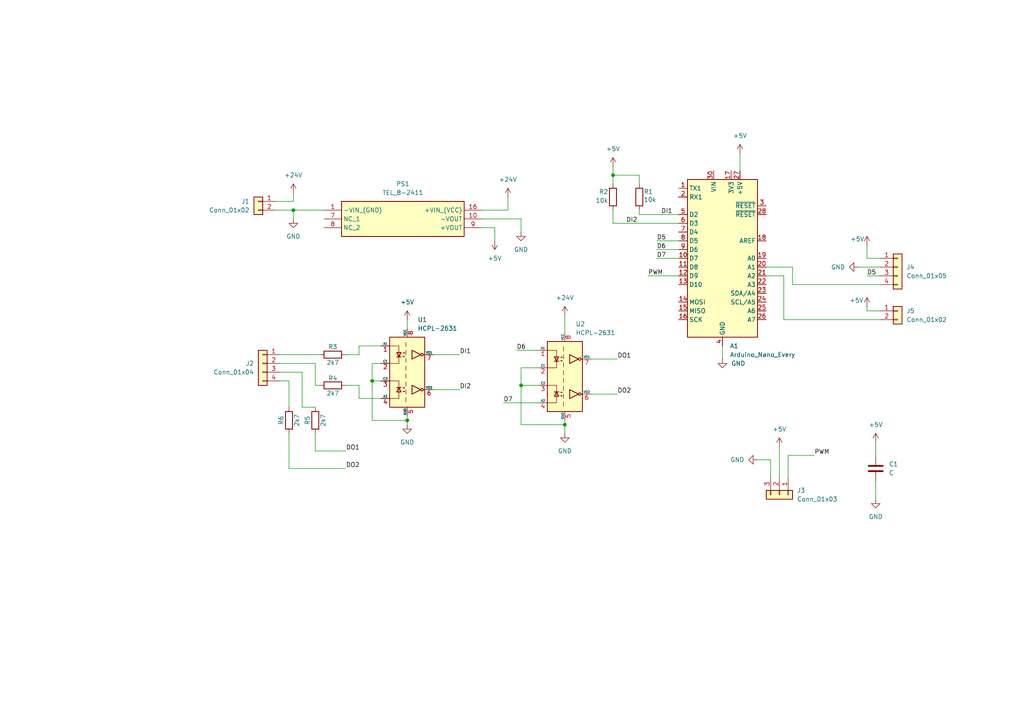
<source format=kicad_sch>
(kicad_sch (version 20250114) (generator "eeschema") (generator_version "9.0")
  (paper "A4")
  (title_block (title "PCB Gripper GOFA") (date "2025-04-13") (rev "V0") (company "UC3M") (comment 1 "edwinDOS"))
  (lib_symbols
    (symbol "Connector_Generic:Conn_01x02" (pin_names (offset 1.016) (hide yes))
      (property "Reference" "J" (at 0 2.54 0))
      (property "Value" "Conn_01x02" (at 0 -5.08 0))
      (symbol "Conn_01x02_1_1"
        (rectangle (start -1.27 1.27) (end 1.27 -3.81) (stroke (width 0.254)) (fill (type background)))
        (rectangle (start -1.27 0.127) (end 0 -0.127) (stroke (width 0.1524)))
        (rectangle (start -1.27 -2.413) (end 0 -2.667) (stroke (width 0.1524)))
        (pin passive line (at -5.08 0 0) (length 3.81) (name "Pin_1") (number "1"))
        (pin passive line (at -5.08 -2.54 0) (length 3.81) (name "Pin_2") (number "2"))
      )
    )
    (symbol "Connector_Generic:Conn_01x03" (pin_names (offset 1.016) (hide yes))
      (property "Reference" "J" (at 0 5.08 0))
      (property "Value" "Conn_01x03" (at 0 -5.08 0))
      (symbol "Conn_01x03_1_1"
        (rectangle (start -1.27 3.81) (end 1.27 -3.81) (stroke (width 0.254)) (fill (type background)))
        (rectangle (start -1.27 2.667) (end 0 2.413) (stroke (width 0.1524)))
        (rectangle (start -1.27 0.127) (end 0 -0.127) (stroke (width 0.1524)))
        (rectangle (start -1.27 -2.413) (end 0 -2.667) (stroke (width 0.1524)))
        (pin passive line (at -5.08 2.54 0) (length 3.81) (name "Pin_1") (number "1"))
        (pin passive line (at -5.08 0 0) (length 3.81) (name "Pin_2") (number "2"))
        (pin passive line (at -5.08 -2.54 0) (length 3.81) (name "Pin_3") (number "3"))
      )
    )
    (symbol "Connector_Generic:Conn_01x04" (pin_names (offset 1.016) (hide yes))
      (property "Reference" "J" (at 0 5.08 0))
      (property "Value" "Conn_01x04" (at 0 -7.62 0))
      (symbol "Conn_01x04_1_1"
        (rectangle (start -1.27 3.81) (end 1.27 -6.35) (stroke (width 0.254)) (fill (type background)))
        (rectangle (start -1.27 2.667) (end 0 2.413) (stroke (width 0.1524)))
        (rectangle (start -1.27 0.127) (end 0 -0.127) (stroke (width 0.1524)))
        (rectangle (start -1.27 -2.413) (end 0 -2.667) (stroke (width 0.1524)))
        (rectangle (start -1.27 -4.953) (end 0 -5.207) (stroke (width 0.1524)))
        (pin passive line (at -5.08 2.54 0) (length 3.81) (name "Pin_1") (number "1"))
        (pin passive line (at -5.08 0 0) (length 3.81) (name "Pin_2") (number "2"))
        (pin passive line (at -5.08 -2.54 0) (length 3.81) (name "Pin_3") (number "3"))
        (pin passive line (at -5.08 -5.08 0) (length 3.81) (name "Pin_4") (number "4"))
      )
    )
    (symbol "Device:C" (pin_numbers (hide yes)) (pin_names (offset 0.254))
      (property "Reference" "C" (at 0.635 2.54 0))
      (property "Value" "C" (at 0.635 -2.54 0))
      (symbol "C_0_1"
        (polyline (pts (xy -2.032 0.762) (xy 2.032 0.762)) (stroke (width 0.508)))
        (polyline (pts (xy -2.032 -0.762) (xy 2.032 -0.762)) (stroke (width 0.508)))
      )
      (symbol "C_1_1"
        (pin passive line (at 0 3.81 270) (length 2.794) (name "~") (number "1"))
        (pin passive line (at 0 -3.81 90) (length 2.794) (name "~") (number "2"))
      )
    )
    (symbol "Device:R" (pin_numbers (hide yes)) (pin_names (offset 0))
      (property "Reference" "R" (at 2.032 0 90))
      (property "Value" "R" (at 0 0 90))
      (symbol "R_0_1"
        (rectangle (start -1.016 -2.54) (end 1.016 2.54) (stroke (width 0.254)))
      )
      (symbol "R_1_1"
        (pin passive line (at 0 3.81 270) (length 1.27) (name "~") (number "1"))
        (pin passive line (at 0 -3.81 90) (length 1.27) (name "~") (number "2"))
      )
    )
    (symbol "Isolator:HCPL-2631" (pin_names (offset 0))
      (property "Reference" "U" (at -4.064 11.43 0))
      (property "Value" "HCPL-2631" (at 7.62 11.43 0))
      (symbol "HCPL-2631_1_1"
        (rectangle (start -5.08 10.16) (end 5.08 -10.16) (stroke (width 0.254)) (fill (type background)))
        (polyline (pts (xy -4.953 7.62) (xy -2.413 7.62) (xy -2.413 4.318)))
        (polyline (pts (xy -4.953 -7.62) (xy -2.413 -7.62) (xy -2.413 -5.715)))
        (polyline (pts (xy -3.048 4.445) (xy -1.778 4.445)) (stroke (width 0.254)))
        (polyline (pts (xy -3.048 -4.445) (xy -1.778 -4.445)) (stroke (width 0.254)))
        (polyline (pts (xy -2.413 4.445) (xy -2.413 2.54) (xy -4.953 2.54)))
        (polyline (pts (xy -2.413 4.445) (xy -3.048 5.715) (xy -1.778 5.715) (xy -2.413 4.445)) (stroke (width 0.254)))
        (polyline (pts (xy -2.413 -4.445) (xy -3.048 -5.715) (xy -1.778 -5.715) (xy -2.413 -4.445)) (stroke (width 0.254)))
        (polyline (pts (xy -2.413 -5.842) (xy -2.413 -2.54) (xy -4.953 -2.54)))
        (polyline (pts (xy -1.397 5.588) (xy -0.635 5.588) (xy -1.016 5.461) (xy -1.016 5.715) (xy -0.635 5.588)) (stroke (width 0.127)))
        (polyline (pts (xy -1.397 4.572) (xy -0.635 4.572) (xy -1.016 4.445) (xy -1.016 4.699) (xy -0.635 4.572)) (stroke (width 0.127)))
        (polyline (pts (xy -1.397 -4.572) (xy -0.635 -4.572) (xy -1.016 -4.699) (xy -1.016 -4.445) (xy -0.635 -4.572)) (stroke (width 0.127)))
        (polyline (pts (xy -1.397 -5.588) (xy -0.635 -5.588) (xy -1.016 -5.715) (xy -1.016 -5.461) (xy -0.635 -5.588)) (stroke (width 0.127)))
        (polyline (pts (xy -0.381 8.636) (xy -0.381 7.366)))
        (polyline (pts (xy -0.381 6.35) (xy -0.381 5.08)))
        (polyline (pts (xy -0.381 4.064) (xy -0.381 2.794)))
        (polyline (pts (xy -0.381 1.778) (xy -0.381 0.508)))
        (polyline (pts (xy -0.381 -0.508) (xy -0.381 -1.778)))
        (polyline (pts (xy -0.381 -2.794) (xy -0.381 -4.064)))
        (polyline (pts (xy -0.381 -5.08) (xy -0.381 -6.35)))
        (polyline (pts (xy -0.381 -7.366) (xy -0.381 -8.636)))
        (polyline (pts (xy 3.937 5.08) (xy 1.397 6.35) (xy 1.397 3.81) (xy 3.937 5.08)) (stroke (width 0.254)))
        (polyline (pts (xy 3.937 -5.08) (xy 1.397 -3.81) (xy 1.397 -6.35) (xy 3.937 -5.08)) (stroke (width 0.254)))
        (circle (center 4.318 5.08) (radius 0.3556) (stroke (width 0.254)))
        (circle (center 4.318 -5.08) (radius 0.3556) (stroke (width 0.254)))
        (polyline (pts (xy 4.699 5.08) (xy 5.08 5.08)))
        (polyline (pts (xy 4.699 -5.08) (xy 5.207 -5.08)))
        (pin passive line (at -7.62 7.62 0) (length 2.54) (name "A1") (number "1"))
        (pin passive line (at -7.62 2.54 0) (length 2.54) (name "C1") (number "2"))
        (pin passive line (at -7.62 -2.54 0) (length 2.54) (name "C2") (number "3"))
        (pin passive line (at -7.62 -7.62 0) (length 2.54) (name "A2") (number "4"))
        (pin power_in line (at 0 12.7 270) (length 2.54) (name "VCC") (number "8"))
        (pin power_in line (at 0 -12.7 90) (length 2.54) (name "GND") (number "5"))
        (pin open_collector line (at 7.62 5.08 180) (length 2.54) (name "VO1") (number "7"))
        (pin open_collector line (at 7.62 -5.08 180) (length 2.54) (name "VO2") (number "6"))
      )
    )
    (symbol "MCU_Module:Arduino_Nano_Every"
      (property "Reference" "A" (at -10.16 23.495 0))
      (property "Value" "Arduino_Nano_Every" (at 5.08 -24.13 0))
      (symbol "Arduino_Nano_Every_0_1"
        (rectangle (start -10.16 22.86) (end 10.16 -22.86) (stroke (width 0.254)) (fill (type background)))
      )
      (symbol "Arduino_Nano_Every_1_1"
        (pin bidirectional line (at -12.7 20.32 0) (length 2.54) (name "TX1") (number "1"))
        (pin bidirectional line (at -12.7 17.78 0) (length 2.54) (name "RX1") (number "2"))
        (pin bidirectional line (at -12.7 12.7 0) (length 2.54) (name "D2") (number "5"))
        (pin bidirectional line (at -12.7 10.16 0) (length 2.54) (name "D3") (number "6"))
        (pin bidirectional line (at -12.7 7.62 0) (length 2.54) (name "D4") (number "7"))
        (pin bidirectional line (at -12.7 5.08 0) (length 2.54) (name "D5") (number "8"))
        (pin bidirectional line (at -12.7 2.54 0) (length 2.54) (name "D6") (number "9"))
        (pin bidirectional line (at -12.7 0 0) (length 2.54) (name "D7") (number "10"))
        (pin bidirectional line (at -12.7 -2.54 0) (length 2.54) (name "D8") (number "11"))
        (pin bidirectional line (at -12.7 -5.08 0) (length 2.54) (name "D9") (number "12"))
        (pin bidirectional line (at -12.7 -7.62 0) (length 2.54) (name "D10") (number "13"))
        (pin bidirectional line (at -12.7 -12.7 0) (length 2.54) (name "MOSI") (number "14"))
        (pin bidirectional line (at -12.7 -15.24 0) (length 2.54) (name "MISO") (number "15"))
        (pin bidirectional line (at -12.7 -17.78 0) (length 2.54) (name "SCK") (number "16"))
        (pin power_in line (at -2.54 25.4 270) (length 2.54) (name "VIN") (number "30"))
        (pin passive line (at 0 -25.4 90) (length 2.54) (hide yes) (name "GND") (number "29"))
        (pin power_in line (at 0 -25.4 90) (length 2.54) (name "GND") (number "4"))
        (pin power_out line (at 2.54 25.4 270) (length 2.54) (name "3V3") (number "17"))
        (pin power_out line (at 5.08 25.4 270) (length 2.54) (name "+5V") (number "27"))
        (pin input line (at 12.7 15.24 180) (length 2.54) (name "~{RESET}") (number "3"))
        (pin input line (at 12.7 12.7 180) (length 2.54) (name "~{RESET}") (number "28"))
        (pin input line (at 12.7 5.08 180) (length 2.54) (name "AREF") (number "18"))
        (pin bidirectional line (at 12.7 0 180) (length 2.54) (name "A0") (number "19"))
        (pin bidirectional line (at 12.7 -2.54 180) (length 2.54) (name "A1") (number "20"))
        (pin bidirectional line (at 12.7 -5.08 180) (length 2.54) (name "A2") (number "21"))
        (pin bidirectional line (at 12.7 -7.62 180) (length 2.54) (name "A3") (number "22"))
        (pin bidirectional line (at 12.7 -10.16 180) (length 2.54) (name "SDA/A4") (number "23"))
        (pin bidirectional line (at 12.7 -12.7 180) (length 2.54) (name "SCL/A5") (number "24"))
        (pin bidirectional line (at 12.7 -15.24 180) (length 2.54) (name "A6") (number "25"))
        (pin bidirectional line (at 12.7 -17.78 180) (length 2.54) (name "A7") (number "26"))
      )
    )
    (symbol "TEL_8-2411 TRACO:TEL_8-2411"
      (property "Reference" "PS" (at 41.91 7.62 0))
      (property "Value" "TEL_8-2411" (at 41.91 5.08 0))
      (symbol "TEL_8-2411_1_1"
        (rectangle (start 5.08 2.54) (end 40.64 -7.62) (stroke (width 0.254)) (fill (type background)))
        (pin passive line (at 0 0 0) (length 5.08) (name "-VIN_(GND)") (number "1"))
        (pin passive line (at 0 -2.54 0) (length 5.08) (name "NC_1") (number "7"))
        (pin passive line (at 0 -5.08 0) (length 5.08) (name "NC_2") (number "8"))
        (pin passive line (at 45.72 0 180) (length 5.08) (name "+VIN_(VCC)") (number "16"))
        (pin passive line (at 45.72 -2.54 180) (length 5.08) (name "-VOUT") (number "10"))
        (pin passive line (at 45.72 -5.08 180) (length 5.08) (name "+VOUT") (number "9"))
      )
    )
    (symbol "power:+24V" (power) (pin_numbers (hide yes)) (pin_names (offset 0) (hide yes))
      (property "Value" "+24V" (at 0 3.556 0))
      (symbol "+24V_0_1"
        (polyline (pts (xy -0.762 1.27) (xy 0 2.54)))
        (polyline (pts (xy 0 2.54) (xy 0.762 1.27)))
        (polyline (pts (xy 0 0) (xy 0 2.54)))
      )
      (symbol "+24V_1_1"
        (pin power_in line (at 0 0 90) (length 0) (name "~") (number "1"))
      )
    )
    (symbol "power:+5V" (power) (pin_numbers (hide yes)) (pin_names (offset 0) (hide yes))
      (property "Value" "+5V" (at 0 3.556 0))
      (symbol "+5V_0_1"
        (polyline (pts (xy -0.762 1.27) (xy 0 2.54)))
        (polyline (pts (xy 0 2.54) (xy 0.762 1.27)))
        (polyline (pts (xy 0 0) (xy 0 2.54)))
      )
      (symbol "+5V_1_1"
        (pin power_in line (at 0 0 90) (length 0) (name "~") (number "1"))
      )
    )
    (symbol "power:GND" (power) (pin_numbers (hide yes)) (pin_names (offset 0) (hide yes))
      (property "Value" "GND" (at 0 -3.81 0))
      (symbol "GND_0_1"
        (polyline (pts (xy 0 0) (xy 0 -1.27) (xy 1.27 -1.27) (xy 0 -2.54) (xy -1.27 -1.27) (xy 0 -1.27)))
      )
      (symbol "GND_1_1"
        (pin power_in line (at 0 0 270) (length 0) (name "~") (number "1"))
      )
    )
  )
  (junction (at 107.95 110.49))
  (junction (at 177.8 50.8))
  (junction (at 163.83 123.19))
  (junction (at 151.13 111.76))
  (junction (at 118.11 121.92))
  (junction (at 85.09 60.96))
  (wire (pts (xy 100.33 102.87) (xy 104.14 102.87)))
  (wire (pts (xy 251.46 88.9) (xy 251.46 90.17)))
  (wire (pts (xy 251.46 80.01) (xy 255.27 80.01)))
  (wire (pts (xy 104.14 111.76) (xy 104.14 115.57)))
  (wire (pts (xy 91.44 111.76) (xy 92.71 111.76)))
  (wire (pts (xy 254 139.7) (xy 254 144.78)))
  (wire (pts (xy 190.5 74.93) (xy 196.85 74.93)))
  (wire (pts (xy 222.25 80.01) (xy 227.33 80.01)))
  (wire (pts (xy 81.28 105.41) (xy 91.44 105.41)))
  (wire (pts (xy 85.09 60.96) (xy 93.98 60.96)))
  (wire (pts (xy 185.42 50.8) (xy 177.8 50.8)))
  (wire (pts (xy 214.63 44.45) (xy 214.63 49.53)))
  (wire (pts (xy 227.33 80.01) (xy 227.33 92.71)))
  (wire (pts (xy 80.01 58.42) (xy 85.09 58.42)))
  (wire (pts (xy 185.42 60.96) (xy 185.42 62.23)))
  (wire (pts (xy 254 128.27) (xy 254 132.08)))
  (wire (pts (xy 85.09 60.96) (xy 85.09 63.5)))
  (wire (pts (xy 185.42 53.34) (xy 185.42 50.8)))
  (wire (pts (xy 83.82 135.89) (xy 100.33 135.89)))
  (wire (pts (xy 118.11 121.92) (xy 118.11 123.19)))
  (wire (pts (xy 171.45 104.14) (xy 179.07 104.14)))
  (wire (pts (xy 91.44 125.73) (xy 91.44 130.81)))
  (wire (pts (xy 177.8 60.96) (xy 177.8 64.77)))
  (wire (pts (xy 228.6 138.43) (xy 228.6 132.08)))
  (wire (pts (xy 177.8 64.77) (xy 196.85 64.77)))
  (wire (pts (xy 139.7 66.04) (xy 143.51 66.04)))
  (wire (pts (xy 229.87 77.47) (xy 229.87 82.55)))
  (wire (pts (xy 151.13 63.5) (xy 151.13 67.31)))
  (wire (pts (xy 151.13 106.68) (xy 151.13 111.76)))
  (wire (pts (xy 91.44 130.81) (xy 100.33 130.81)))
  (wire (pts (xy 222.25 77.47) (xy 229.87 77.47)))
  (wire (pts (xy 226.06 129.54) (xy 226.06 138.43)))
  (wire (pts (xy 100.33 111.76) (xy 104.14 111.76)))
  (wire (pts (xy 151.13 111.76) (xy 151.13 123.19)))
  (wire (pts (xy 251.46 74.93) (xy 255.27 74.93)))
  (wire (pts (xy 251.46 71.12) (xy 251.46 74.93)))
  (wire (pts (xy 87.63 107.95) (xy 87.63 118.11)))
  (wire (pts (xy 251.46 90.17) (xy 255.27 90.17)))
  (wire (pts (xy 177.8 48.26) (xy 177.8 50.8)))
  (wire (pts (xy 81.28 107.95) (xy 87.63 107.95)))
  (wire (pts (xy 143.51 66.04) (xy 143.51 69.85)))
  (wire (pts (xy 104.14 102.87) (xy 104.14 100.33)))
  (wire (pts (xy 139.7 63.5) (xy 151.13 63.5)))
  (wire (pts (xy 177.8 50.8) (xy 177.8 53.34)))
  (wire (pts (xy 163.83 91.44) (xy 163.83 96.52)))
  (wire (pts (xy 156.21 106.68) (xy 151.13 106.68)))
  (wire (pts (xy 83.82 125.73) (xy 83.82 135.89)))
  (wire (pts (xy 146.05 116.84) (xy 156.21 116.84)))
  (wire (pts (xy 185.42 62.23) (xy 196.85 62.23)))
  (wire (pts (xy 248.92 77.47) (xy 255.27 77.47)))
  (wire (pts (xy 219.71 133.35) (xy 223.52 133.35)))
  (wire (pts (xy 151.13 111.76) (xy 156.21 111.76)))
  (wire (pts (xy 163.83 121.92) (xy 163.83 123.19)))
  (wire (pts (xy 125.73 102.87) (xy 133.35 102.87)))
  (wire (pts (xy 87.63 118.11) (xy 91.44 118.11)))
  (wire (pts (xy 107.95 110.49) (xy 107.95 121.92)))
  (wire (pts (xy 104.14 115.57) (xy 110.49 115.57)))
  (wire (pts (xy 149.86 101.6) (xy 156.21 101.6)))
  (wire (pts (xy 107.95 105.41) (xy 107.95 110.49)))
  (wire (pts (xy 83.82 110.49) (xy 83.82 118.11)))
  (wire (pts (xy 118.11 92.71) (xy 118.11 95.25)))
  (wire (pts (xy 139.7 60.96) (xy 147.32 60.96)))
  (wire (pts (xy 85.09 58.42) (xy 85.09 55.88)))
  (wire (pts (xy 190.5 72.39) (xy 196.85 72.39)))
  (wire (pts (xy 91.44 105.41) (xy 91.44 111.76)))
  (wire (pts (xy 151.13 123.19) (xy 163.83 123.19)))
  (wire (pts (xy 171.45 114.3) (xy 179.07 114.3)))
  (wire (pts (xy 80.01 60.96) (xy 85.09 60.96)))
  (wire (pts (xy 110.49 105.41) (xy 107.95 105.41)))
  (wire (pts (xy 209.55 100.33) (xy 209.55 104.14)))
  (wire (pts (xy 81.28 102.87) (xy 92.71 102.87)))
  (wire (pts (xy 190.5 69.85) (xy 196.85 69.85)))
  (wire (pts (xy 118.11 120.65) (xy 118.11 121.92)))
  (wire (pts (xy 147.32 60.96) (xy 147.32 57.15)))
  (wire (pts (xy 163.83 123.19) (xy 163.83 125.73)))
  (wire (pts (xy 223.52 133.35) (xy 223.52 138.43)))
  (wire (pts (xy 228.6 132.08) (xy 236.22 132.08)))
  (wire (pts (xy 104.14 100.33) (xy 110.49 100.33)))
  (wire (pts (xy 107.95 110.49) (xy 110.49 110.49)))
  (wire (pts (xy 227.33 92.71) (xy 255.27 92.71)))
  (wire (pts (xy 107.95 121.92) (xy 118.11 121.92)))
  (wire (pts (xy 125.73 113.03) (xy 133.35 113.03)))
  (wire (pts (xy 187.96 80.01) (xy 196.85 80.01)))
  (wire (pts (xy 229.87 82.55) (xy 255.27 82.55)))
  (wire (pts (xy 81.28 110.49) (xy 83.82 110.49)))
  (label "PWM" (at 236.22 132.08 0))
  (label "DO2" (at 179.07 114.3 0))
  (label "DI2" (at 181.61 64.77 0))
  (label "D5" (at 251.46 80.01 0))
  (label "DO2" (at 100.33 135.89 0))
  (label "D6" (at 149.86 101.6 0))
  (label "D7" (at 146.05 116.84 0))
  (label "DI1" (at 191.77 62.23 0))
  (label "D7" (at 190.5 74.93 0))
  (label "D5" (at 190.5 69.85 0))
  (label "D6" (at 190.5 72.39 0))
  (label "DO1" (at 179.07 104.14 0))
  (label "DI2" (at 133.35 113.03 0))
  (label "PWM" (at 187.96 80.01 0))
  (label "DO1" (at 100.33 130.81 0))
  (label "DI1" (at 133.35 102.87 0))
  (symbol (lib_id "power:GND") (at 254 144.78 0) (unit 1)
    (property "Reference" "#PWR08" (effects (hide yes)))
    (property "Value" "GND" (at 254 149.86 0))
    (property "Description" "Power symbol creates a global label with name \"GND\" , ground" (effects (hide yes)))
  )
  (symbol (lib_id "power:GND") (at 209.55 104.14 0) (unit 1)
    (property "Reference" "#PWR016" (effects (hide yes)))
    (property "Value" "GND" (at 212.09 105.4099 0) (effects (justify left)))
    (property "Description" "Power symbol creates a global label with name \"GND\" , ground" (effects (hide yes)))
  )
  (symbol (lib_id "Device:R") (at 96.52 102.87 90) (unit 1)
    (property "Reference" "R3" (at 96.52 100.584 90))
    (property "Value" "2k7" (at 96.52 105.156 90))
    (property "Footprint" "Resistor_SMD:R_1210_3225Metric" (effects (hide yes)))
    (property "Description" "Resistor" (effects (hide yes)))
  )
  (symbol (lib_id "Device:R") (at 83.82 121.92 180) (unit 1)
    (property "Reference" "R6" (at 81.534 121.92 90))
    (property "Value" "2k7" (at 86.106 121.92 90))
    (property "Footprint" "Resistor_SMD:R_1210_3225Metric" (effects (hide yes)))
    (property "Description" "Resistor" (effects (hide yes)))
  )
  (symbol (lib_id "power:+5V") (at 143.51 69.85 180) (unit 1)
    (property "Reference" "#PWR04" (effects (hide yes)))
    (property "Value" "+5V" (at 143.51 74.93 0))
    (property "Description" "Power symbol creates a global label with name \"+5V\"" (effects (hide yes)))
  )
  (symbol (lib_id "Device:R") (at 177.8 57.15 0) (unit 1)
    (property "Reference" "R2" (at 173.736 55.626 0) (effects (justify left)))
    (property "Value" "10k" (at 172.72 58.166 0) (effects (justify left)))
    (property "Footprint" "Resistor_SMD:R_1210_3225Metric" (effects (hide yes)))
    (property "Description" "Resistor" (effects (hide yes)))
  )
  (symbol (lib_id "power:+5V") (at 251.46 71.12 0) (unit 1)
    (property "Reference" "#PWR012" (effects (hide yes)))
    (property "Value" "+5V" (at 248.666 69.342 0))
    (property "Description" "Power symbol creates a global label with name \"+5V\"" (effects (hide yes)))
  )
  (symbol (lib_id "power:+24V") (at 163.83 91.44 0) (unit 1)
    (property "Reference" "#PWR017" (effects (hide yes)))
    (property "Value" "+24V" (at 163.83 86.36 0))
    (property "Description" "Power symbol creates a global label with name \"+24V\"" (effects (hide yes)))
  )
  (symbol (lib_id "power:GND") (at 248.92 77.47 270) (unit 1)
    (property "Reference" "#PWR015" (effects (hide yes)))
    (property "Value" "GND" (at 245.11 77.4699 90) (effects (justify right)))
    (property "Description" "Power symbol creates a global label with name \"GND\" , ground" (effects (hide yes)))
  )
  (symbol (lib_id "Device:C") (at 254 135.89 0) (unit 1)
    (property "Reference" "C1" (at 257.81 134.6199 0) (effects (justify left)))
    (property "Value" "C" (at 257.81 137.1599 0) (effects (justify left)))
    (property "Footprint" "Capacitor_SMD:C_1210_3225Metric" (effects (hide yes)))
    (property "Description" "Unpolarized capacitor" (effects (hide yes)))
  )
  (symbol (lib_id "MCU_Module:Arduino_Nano_Every") (at 209.55 74.93 0) (unit 1)
    (property "Reference" "A1" (at 211.6933 100.33 0) (effects (justify left)))
    (property "Value" "Arduino_Nano_Every" (at 211.6933 102.87 0) (effects (justify left)))
    (property "Footprint" "Module:Arduino_Nano" (effects (hide yes)))
    (property "Datasheet" "https://content.arduino.cc/assets/NANOEveryV3.0_sch.pdf" (effects (hide yes)))
    (property "Description" "Arduino Nano Every" (effects (hide yes)))
  )
  (symbol (lib_id "power:+5V") (at 251.46 88.9 0) (unit 1)
    (property "Reference" "#PWR019" (effects (hide yes)))
    (property "Value" "+5V" (at 248.412 87.122 0))
    (property "Description" "Power symbol creates a global label with name \"+5V\"" (effects (hide yes)))
  )
  (symbol (lib_id "power:+24V") (at 147.32 57.15 0) (unit 1)
    (property "Reference" "#PWR02" (effects (hide yes)))
    (property "Value" "+24V" (at 147.32 52.07 0))
    (property "Description" "Power symbol creates a global label with name \"+24V\"" (effects (hide yes)))
  )
  (symbol (lib_id "power:GND") (at 85.09 63.5 0) (unit 1)
    (property "Reference" "#PWR011" (effects (hide yes)))
    (property "Value" "GND" (at 85.09 68.58 0))
    (property "Description" "Power symbol creates a global label with name \"GND\" , ground" (effects (hide yes)))
  )
  (symbol (lib_id "Connector_Generic:Conn_01x03") (at 226.06 143.51 270) (unit 1)
    (property "Reference" "J3" (at 231.14 142.2399 90) (effects (justify left)))
    (property "Value" "Conn_01x03" (at 231.14 144.7799 90) (effects (justify left)))
    (property "Footprint" "Connector_PinSocket_2.54mm:PinSocket_1x03_P2.54mm_Horizontal" (effects (hide yes)))
    (property "Description" "Generic connector, single row, 01x03, script generated (kicad-library-utils/schlib/autogen/connector/)" (effects (hide yes)))
  )
  (symbol (lib_id "Device:R") (at 96.52 111.76 90) (unit 1)
    (property "Reference" "R4" (at 96.52 109.728 90))
    (property "Value" "2k7" (at 96.52 114.046 90))
    (property "Footprint" "Resistor_SMD:R_1210_3225Metric" (effects (hide yes)))
    (property "Description" "Resistor" (effects (hide yes)))
  )
  (symbol (lib_id "power:GND") (at 163.83 125.73 0) (unit 1)
    (property "Reference" "#PWR018" (effects (hide yes)))
    (property "Value" "GND" (at 163.83 130.81 0))
    (property "Description" "Power symbol creates a global label with name \"GND\" , ground" (effects (hide yes)))
  )
  (symbol (lib_id "Connector_Generic:Conn_01x04") (at 76.2 105.41 0) (mirror y) (unit 1)
    (property "Reference" "J2" (at 73.66 105.4099 0) (effects (justify left)))
    (property "Value" "Conn_01x04" (at 73.66 107.9499 0) (effects (justify left)))
    (property "Footprint" "Connector_PinHeader_2.54mm:PinHeader_1x04_P2.54mm_Vertical" (effects (hide yes)))
    (property "Description" "Generic connector, single row, 01x04, script generated (kicad-library-utils/schlib/autogen/connector/)" (effects (hide yes)))
  )
  (symbol (lib_id "power:GND") (at 219.71 133.35 270) (unit 1)
    (property "Reference" "#PWR09" (effects (hide yes)))
    (property "Value" "GND" (at 215.9 133.3499 90) (effects (justify right)))
    (property "Description" "Power symbol creates a global label with name \"GND\" , ground" (effects (hide yes)))
  )
  (symbol (lib_id "power:GND") (at 151.13 67.31 0) (unit 1)
    (property "Reference" "#PWR01" (effects (hide yes)))
    (property "Value" "GND" (at 151.13 72.39 0))
    (property "Description" "Power symbol creates a global label with name \"GND\" , ground" (effects (hide yes)))
  )
  (symbol (lib_id "Connector_Generic:Conn_01x02") (at 260.35 90.17 0) (unit 1)
    (property "Reference" "J5" (at 262.89 90.1699 0) (effects (justify left)))
    (property "Value" "Conn_01x02" (at 262.89 92.7099 0) (effects (justify left)))
    (property "Footprint" "Connector_PinSocket_2.54mm:PinSocket_1x02_P2.54mm_Vertical" (effects (hide yes)))
    (property "Description" "Generic connector, single row, 01x02, script generated (kicad-library-utils/schlib/autogen/connector/)" (effects (hide yes)))
  )
  (symbol (lib_id "power:+24V") (at 85.09 55.88 0) (unit 1)
    (property "Reference" "#PWR03" (effects (hide yes)))
    (property "Value" "+24V" (at 85.09 50.8 0))
    (property "Description" "Power symbol creates a global label with name \"+24V\"" (effects (hide yes)))
  )
  (symbol (lib_id "power:+5V") (at 254 128.27 0) (unit 1)
    (property "Reference" "#PWR07" (effects (hide yes)))
    (property "Value" "+5V" (at 254 123.19 0))
    (property "Description" "Power symbol creates a global label with name \"+5V\"" (effects (hide yes)))
  )
  (symbol (lib_id "Device:R") (at 91.44 121.92 180) (unit 1)
    (property "Reference" "R5" (at 89.154 121.92 90))
    (property "Value" "2k7" (at 93.726 121.92 90))
    (property "Footprint" "Resistor_SMD:R_1210_3225Metric" (effects (hide yes)))
    (property "Description" "Resistor" (effects (hide yes)))
  )
  (symbol (lib_id "power:GND") (at 118.11 123.19 0) (unit 1)
    (property "Reference" "#PWR010" (effects (hide yes)))
    (property "Value" "GND" (at 118.11 128.27 0))
    (property "Description" "Power symbol creates a global label with name \"GND\" , ground" (effects (hide yes)))
  )
  (symbol (lib_id "power:+5V") (at 177.8 48.26 0) (unit 1)
    (property "Reference" "#PWR014" (effects (hide yes)))
    (property "Value" "+5V" (at 177.8 43.18 0))
    (property "Description" "Power symbol creates a global label with name \"+5V\"" (effects (hide yes)))
  )
  (symbol (lib_id "power:+5V") (at 226.06 129.54 0) (unit 1)
    (property "Reference" "#PWR06" (effects (hide yes)))
    (property "Value" "+5V" (at 226.06 124.46 0))
    (property "Description" "Power symbol creates a global label with name \"+5V\"" (effects (hide yes)))
  )
  (symbol (lib_id "Isolator:HCPL-2631") (at 163.83 109.22 0) (unit 1)
    (property "Reference" "U2" (at 166.9481 93.98 0) (effects (justify left)))
    (property "Value" "HCPL-2631" (at 166.9481 96.52 0) (effects (justify left)))
    (property "Footprint" "Package_DIP:DIP-8_W7.62mm" (effects (hide yes)))
    (property "Datasheet" "https://docs.broadcom.com/docs/AV02-0940EN" (effects (hide yes)))
    (property "Description" "Dual High Speed LSTTL/TTL Compatible Optocoupler, dV/dt 10000/us, VCM 1000, max 7V VCC, DIP-8" (effects (hide yes)))
  )
  (symbol (lib_id "Connector_Generic:Conn_01x04") (at 260.35 77.47 0) (unit 1)
    (property "Reference" "J4" (at 262.89 77.4699 0) (effects (justify left)))
    (property "Value" "Conn_01x05" (at 262.89 80.0099 0) (effects (justify left)))
    (property "Footprint" "Connector_PinHeader_2.54mm:PinHeader_1x04_P2.54mm_Vertical" (effects (hide yes)))
    (property "Description" "Generic connector, single row, 01x04, script generated (kicad-library-utils/schlib/autogen/connector/)" (effects (hide yes)))
  )
  (symbol (lib_id "power:+5V") (at 214.63 44.45 0) (unit 1)
    (property "Reference" "#PWR05" (effects (hide yes)))
    (property "Value" "+5V" (at 214.63 39.37 0))
    (property "Description" "Power symbol creates a global label with name \"+5V\"" (effects (hide yes)))
  )
  (symbol (lib_id "Connector_Generic:Conn_01x02") (at 74.93 58.42 0) (mirror y) (unit 1)
    (property "Reference" "J1" (at 72.39 58.4199 0) (effects (justify left)))
    (property "Value" "Conn_01x02" (at 72.39 60.9599 0) (effects (justify left)))
    (property "Footprint" "Connector_PinSocket_2.54mm:PinSocket_1x02_P2.54mm_Vertical" (effects (hide yes)))
    (property "Description" "Generic connector, single row, 01x02, script generated (kicad-library-utils/schlib/autogen/connector/)" (effects (hide yes)))
  )
  (symbol (lib_id "power:+5V") (at 118.11 92.71 0) (unit 1)
    (property "Reference" "#PWR013" (effects (hide yes)))
    (property "Value" "+5V" (at 118.11 87.63 0))
    (property "Description" "Power symbol creates a global label with name \"+5V\"" (effects (hide yes)))
  )
  (symbol (lib_id "Isolator:HCPL-2631") (at 118.11 107.95 0) (unit 1)
    (property "Reference" "U1" (at 121.1265 92.71 0) (effects (justify left)))
    (property "Value" "HCPL-2631" (at 121.1265 95.25 0) (effects (justify left)))
    (property "Footprint" "Package_DIP:DIP-8_W7.62mm" (effects (hide yes)))
    (property "Datasheet" "https://docs.broadcom.com/docs/AV02-0940EN" (effects (hide yes)))
    (property "Description" "Dual High Speed LSTTL/TTL Compatible Optocoupler, dV/dt 10000/us, VCM 1000, max 7V VCC, DIP-8" (effects (hide yes)))
  )
  (symbol (lib_id "TEL_8-2411 TRACO:TEL_8-2411") (at 93.98 60.96 0) (unit 1)
    (property "Reference" "PS1" (at 116.84 53.34 0))
    (property "Value" "TEL_8-2411" (at 116.84 55.88 0))
    (property "Footprint" "TestPoint:TEL82411" (effects (hide yes)))
    (property "Datasheet" "https://tracopower.com/tel8-datasheet/" (effects (hide yes)))
    (property "Description" "8 Watt DC/DC converter, industrial, 2:1 input, high power density, 6-side shielded, encapsulated, DIP-16" (effects (hide yes)))
    (property "Height" "9" (effects (hide yes)))
    (property "Manufacturer_Name" "Traco Power" (effects (hide yes)))
    (property "Manufacturer_Part_Number" "TEL 8-2411" (effects (hide yes)))
    (property "Mouser Part Number" "495-TEL8-2411" (effects (hide yes)))
    (property "Mouser Price/Stock" "https://www.mouser.co.uk/ProductDetail/TRACO-Power/TEL-8-2411?qs=NtE2QagKf6SGNBWFwJ0msw%3D%3D" (effects (hide yes)))
  )
  (symbol (lib_id "Device:R") (at 185.42 57.15 0) (unit 1)
    (property "Reference" "R1" (at 186.69 55.626 0) (effects (justify left)))
    (property "Value" "10k" (at 186.69 57.912 0) (effects (justify left)))
    (property "Footprint" "Resistor_SMD:R_1210_3225Metric" (effects (hide yes)))
    (property "Description" "Resistor" (effects (hide yes)))
  )
)
</source>
